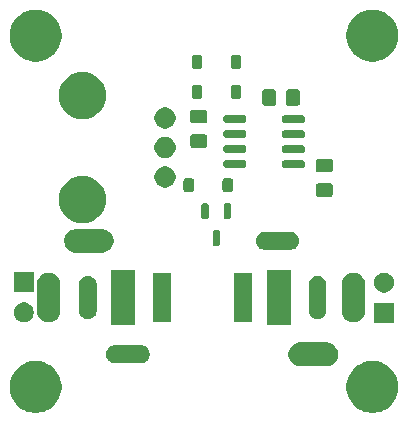
<source format=gbr>
%TF.GenerationSoftware,KiCad,Pcbnew,9.0.3*%
%TF.CreationDate,2025-07-15T20:34:28+12:00*%
%TF.ProjectId,LED_Dimmer,4c45445f-4469-46d6-9d65-722e6b696361,rev?*%
%TF.SameCoordinates,Original*%
%TF.FileFunction,Soldermask,Top*%
%TF.FilePolarity,Negative*%
%FSLAX46Y46*%
G04 Gerber Fmt 4.6, Leading zero omitted, Abs format (unit mm)*
G04 Created by KiCad (PCBNEW 9.0.3) date 2025-07-15 20:34:28*
%MOMM*%
%LPD*%
G01*
G04 APERTURE LIST*
G04 APERTURE END LIST*
G36*
X88429199Y-53840070D02*
G01*
X88707167Y-53914552D01*
X88973035Y-54024678D01*
X89222255Y-54168565D01*
X89450561Y-54343750D01*
X89654048Y-54547237D01*
X89829233Y-54775543D01*
X89973120Y-55024763D01*
X90083246Y-55290631D01*
X90157728Y-55568599D01*
X90195290Y-55853911D01*
X90195290Y-56141685D01*
X90157728Y-56426997D01*
X90083246Y-56704965D01*
X89973120Y-56970833D01*
X89829233Y-57220053D01*
X89654048Y-57448359D01*
X89450561Y-57651846D01*
X89222255Y-57827031D01*
X88973035Y-57970918D01*
X88707167Y-58081044D01*
X88429199Y-58155526D01*
X88143887Y-58193088D01*
X87856113Y-58193088D01*
X87570801Y-58155526D01*
X87292833Y-58081044D01*
X87026965Y-57970918D01*
X86777745Y-57827031D01*
X86549439Y-57651846D01*
X86345952Y-57448359D01*
X86170767Y-57220053D01*
X86026880Y-56970833D01*
X85916754Y-56704965D01*
X85842272Y-56426997D01*
X85804710Y-56141685D01*
X85804710Y-55853911D01*
X85842272Y-55568599D01*
X85916754Y-55290631D01*
X86026880Y-55024763D01*
X86170767Y-54775543D01*
X86345952Y-54547237D01*
X86549439Y-54343750D01*
X86777745Y-54168565D01*
X87026965Y-54024678D01*
X87292833Y-53914552D01*
X87570801Y-53840070D01*
X87856113Y-53802508D01*
X88143887Y-53802508D01*
X88429199Y-53840070D01*
G37*
G36*
X116929199Y-53840070D02*
G01*
X117207167Y-53914552D01*
X117473035Y-54024678D01*
X117722255Y-54168565D01*
X117950561Y-54343750D01*
X118154048Y-54547237D01*
X118329233Y-54775543D01*
X118473120Y-55024763D01*
X118583246Y-55290631D01*
X118657728Y-55568599D01*
X118695290Y-55853911D01*
X118695290Y-56141685D01*
X118657728Y-56426997D01*
X118583246Y-56704965D01*
X118473120Y-56970833D01*
X118329233Y-57220053D01*
X118154048Y-57448359D01*
X117950561Y-57651846D01*
X117722255Y-57827031D01*
X117473035Y-57970918D01*
X117207167Y-58081044D01*
X116929199Y-58155526D01*
X116643887Y-58193088D01*
X116356113Y-58193088D01*
X116070801Y-58155526D01*
X115792833Y-58081044D01*
X115526965Y-57970918D01*
X115277745Y-57827031D01*
X115049439Y-57651846D01*
X114845952Y-57448359D01*
X114670767Y-57220053D01*
X114526880Y-56970833D01*
X114416754Y-56704965D01*
X114342272Y-56426997D01*
X114304710Y-56141685D01*
X114304710Y-55853911D01*
X114342272Y-55568599D01*
X114416754Y-55290631D01*
X114526880Y-55024763D01*
X114670767Y-54775543D01*
X114845952Y-54547237D01*
X115049439Y-54343750D01*
X115277745Y-54168565D01*
X115526965Y-54024678D01*
X115792833Y-53914552D01*
X116070801Y-53840070D01*
X116356113Y-53802508D01*
X116643887Y-53802508D01*
X116929199Y-53840070D01*
G37*
G36*
X112698017Y-52227923D02*
G01*
X112890285Y-52266168D01*
X113071397Y-52341187D01*
X113234393Y-52450098D01*
X113373010Y-52588715D01*
X113481921Y-52751711D01*
X113556940Y-52932823D01*
X113595185Y-53125091D01*
X113595185Y-53321125D01*
X113556940Y-53513393D01*
X113481921Y-53694505D01*
X113373010Y-53857501D01*
X113234393Y-53996118D01*
X113071397Y-54105029D01*
X112890285Y-54180048D01*
X112698017Y-54218293D01*
X112600000Y-54223108D01*
X112598522Y-54223108D01*
X110401478Y-54223108D01*
X110400000Y-54223108D01*
X110301983Y-54218293D01*
X110109715Y-54180048D01*
X109928603Y-54105029D01*
X109765607Y-53996118D01*
X109626990Y-53857501D01*
X109518079Y-53694505D01*
X109443060Y-53513393D01*
X109404815Y-53321125D01*
X109404815Y-53125091D01*
X109443060Y-52932823D01*
X109518079Y-52751711D01*
X109626990Y-52588715D01*
X109765607Y-52450098D01*
X109928603Y-52341187D01*
X110109715Y-52266168D01*
X110301983Y-52227923D01*
X110400000Y-52223108D01*
X112600000Y-52223108D01*
X112698017Y-52227923D01*
G37*
G36*
X96989513Y-52476721D02*
G01*
X97133714Y-52505405D01*
X97269548Y-52561669D01*
X97391795Y-52643352D01*
X97495758Y-52747315D01*
X97577441Y-52869562D01*
X97633705Y-53005396D01*
X97662389Y-53149597D01*
X97662389Y-53296623D01*
X97633705Y-53440824D01*
X97577441Y-53576658D01*
X97495758Y-53698905D01*
X97391795Y-53802868D01*
X97269548Y-53884551D01*
X97133714Y-53940815D01*
X96989513Y-53969499D01*
X96916000Y-53973110D01*
X96914522Y-53973110D01*
X94717478Y-53973110D01*
X94716000Y-53973110D01*
X94642487Y-53969499D01*
X94498286Y-53940815D01*
X94362452Y-53884551D01*
X94240205Y-53802868D01*
X94136242Y-53698905D01*
X94054559Y-53576658D01*
X93998295Y-53440824D01*
X93969611Y-53296623D01*
X93969611Y-53149597D01*
X93998295Y-53005396D01*
X94054559Y-52869562D01*
X94136242Y-52747315D01*
X94240205Y-52643352D01*
X94362452Y-52561669D01*
X94498286Y-52505405D01*
X94642487Y-52476721D01*
X94716000Y-52473110D01*
X96916000Y-52473110D01*
X96989513Y-52476721D01*
G37*
G36*
X96400000Y-50723110D02*
G01*
X94400000Y-50723110D01*
X94400000Y-46123110D01*
X96400000Y-46123110D01*
X96400000Y-50723110D01*
G37*
G36*
X109600000Y-50723109D02*
G01*
X107600000Y-50723109D01*
X107600000Y-46123109D01*
X109600000Y-46123109D01*
X109600000Y-50723109D01*
G37*
G36*
X118350001Y-50548109D02*
G01*
X116650001Y-50548109D01*
X116650001Y-48848109D01*
X118350001Y-48848109D01*
X118350001Y-50548109D01*
G37*
G36*
X87246742Y-48874711D02*
G01*
X87400687Y-48938477D01*
X87539234Y-49031051D01*
X87657059Y-49148876D01*
X87749633Y-49287423D01*
X87813399Y-49441368D01*
X87845907Y-49604795D01*
X87845907Y-49771425D01*
X87813399Y-49934852D01*
X87749633Y-50088797D01*
X87657059Y-50227344D01*
X87539234Y-50345169D01*
X87400687Y-50437743D01*
X87246742Y-50501509D01*
X87083315Y-50534017D01*
X86916685Y-50534017D01*
X86753258Y-50501509D01*
X86599313Y-50437743D01*
X86460766Y-50345169D01*
X86342941Y-50227344D01*
X86250367Y-50088797D01*
X86186601Y-49934852D01*
X86154093Y-49771425D01*
X86154093Y-49604795D01*
X86186601Y-49441368D01*
X86250367Y-49287423D01*
X86342941Y-49148876D01*
X86460766Y-49031051D01*
X86599313Y-48938477D01*
X86753258Y-48874711D01*
X86916685Y-48842203D01*
X87083315Y-48842203D01*
X87246742Y-48874711D01*
G37*
G36*
X115190286Y-46366170D02*
G01*
X115371398Y-46441189D01*
X115534394Y-46550100D01*
X115673011Y-46688717D01*
X115781922Y-46851713D01*
X115856941Y-47032825D01*
X115895186Y-47225093D01*
X115900001Y-47323110D01*
X115900001Y-49523110D01*
X115895186Y-49621127D01*
X115856941Y-49813395D01*
X115781922Y-49994507D01*
X115673011Y-50157503D01*
X115534394Y-50296120D01*
X115371398Y-50405031D01*
X115190286Y-50480050D01*
X114998018Y-50518295D01*
X114801984Y-50518295D01*
X114609716Y-50480050D01*
X114428604Y-50405031D01*
X114265608Y-50296120D01*
X114126991Y-50157503D01*
X114018080Y-49994507D01*
X113943061Y-49813395D01*
X113904816Y-49621127D01*
X113900001Y-49523110D01*
X113900001Y-47323110D01*
X113904816Y-47225093D01*
X113943061Y-47032825D01*
X114018080Y-46851713D01*
X114126991Y-46688717D01*
X114265608Y-46550100D01*
X114428604Y-46441189D01*
X114609716Y-46366170D01*
X114801984Y-46327925D01*
X114998018Y-46327925D01*
X115190286Y-46366170D01*
G37*
G36*
X89390284Y-46366169D02*
G01*
X89571396Y-46441188D01*
X89734392Y-46550099D01*
X89873009Y-46688716D01*
X89981920Y-46851712D01*
X90056939Y-47032824D01*
X90095184Y-47225092D01*
X90099999Y-47323109D01*
X90099999Y-49523109D01*
X90095184Y-49621126D01*
X90056939Y-49813394D01*
X89981920Y-49994506D01*
X89873009Y-50157502D01*
X89734392Y-50296119D01*
X89571396Y-50405030D01*
X89390284Y-50480049D01*
X89198016Y-50518294D01*
X89001982Y-50518294D01*
X88809714Y-50480049D01*
X88628602Y-50405030D01*
X88465606Y-50296119D01*
X88326989Y-50157502D01*
X88218078Y-49994506D01*
X88143059Y-49813394D01*
X88104814Y-49621126D01*
X88099999Y-49523109D01*
X88099999Y-47323109D01*
X88104814Y-47225092D01*
X88143059Y-47032824D01*
X88218078Y-46851712D01*
X88326989Y-46688716D01*
X88465606Y-46550099D01*
X88628602Y-46441188D01*
X88809714Y-46366169D01*
X89001982Y-46327924D01*
X89198016Y-46327924D01*
X89390284Y-46366169D01*
G37*
G36*
X99466000Y-50473110D02*
G01*
X97966000Y-50473110D01*
X97966000Y-46373110D01*
X99466000Y-46373110D01*
X99466000Y-50473110D01*
G37*
G36*
X106324001Y-50473109D02*
G01*
X104824001Y-50473109D01*
X104824001Y-46373109D01*
X106324001Y-46373109D01*
X106324001Y-50473109D01*
G37*
G36*
X112091716Y-46605405D02*
G01*
X112227550Y-46661669D01*
X112349797Y-46743352D01*
X112453760Y-46847315D01*
X112535443Y-46969562D01*
X112591707Y-47105396D01*
X112620391Y-47249597D01*
X112624002Y-47323110D01*
X112624002Y-49523110D01*
X112620391Y-49596623D01*
X112591707Y-49740824D01*
X112535443Y-49876658D01*
X112453760Y-49998905D01*
X112349797Y-50102868D01*
X112227550Y-50184551D01*
X112091716Y-50240815D01*
X111947515Y-50269499D01*
X111800489Y-50269499D01*
X111656288Y-50240815D01*
X111520454Y-50184551D01*
X111398207Y-50102868D01*
X111294244Y-49998905D01*
X111212561Y-49876658D01*
X111156297Y-49740824D01*
X111127613Y-49596623D01*
X111124002Y-49523110D01*
X111124002Y-47323110D01*
X111127613Y-47249597D01*
X111156297Y-47105396D01*
X111212561Y-46969562D01*
X111294244Y-46847315D01*
X111398207Y-46743352D01*
X111520454Y-46661669D01*
X111656288Y-46605405D01*
X111800489Y-46576721D01*
X111947515Y-46576721D01*
X112091716Y-46605405D01*
G37*
G36*
X92633713Y-46605404D02*
G01*
X92769547Y-46661668D01*
X92891794Y-46743351D01*
X92995757Y-46847314D01*
X93077440Y-46969561D01*
X93133704Y-47105395D01*
X93162388Y-47249596D01*
X93165999Y-47323109D01*
X93165999Y-49523109D01*
X93162388Y-49596622D01*
X93133704Y-49740823D01*
X93077440Y-49876657D01*
X92995757Y-49998904D01*
X92891794Y-50102867D01*
X92769547Y-50184550D01*
X92633713Y-50240814D01*
X92489512Y-50269498D01*
X92342486Y-50269498D01*
X92198285Y-50240814D01*
X92062451Y-50184550D01*
X91940204Y-50102867D01*
X91836241Y-49998904D01*
X91754558Y-49876657D01*
X91698294Y-49740823D01*
X91669610Y-49596622D01*
X91665999Y-49523109D01*
X91665999Y-47323109D01*
X91669610Y-47249596D01*
X91698294Y-47105395D01*
X91754558Y-46969561D01*
X91836241Y-46847314D01*
X91940204Y-46743351D01*
X92062451Y-46661668D01*
X92198285Y-46605404D01*
X92342486Y-46576720D01*
X92489512Y-46576720D01*
X92633713Y-46605404D01*
G37*
G36*
X117746743Y-46344710D02*
G01*
X117900688Y-46408476D01*
X118039235Y-46501050D01*
X118157060Y-46618875D01*
X118249634Y-46757422D01*
X118313400Y-46911367D01*
X118345908Y-47074794D01*
X118345908Y-47241424D01*
X118313400Y-47404851D01*
X118249634Y-47558796D01*
X118157060Y-47697343D01*
X118039235Y-47815168D01*
X117900688Y-47907742D01*
X117746743Y-47971508D01*
X117583316Y-48004016D01*
X117416686Y-48004016D01*
X117253259Y-47971508D01*
X117099314Y-47907742D01*
X116960767Y-47815168D01*
X116842942Y-47697343D01*
X116750368Y-47558796D01*
X116686602Y-47404851D01*
X116654094Y-47241424D01*
X116654094Y-47074794D01*
X116686602Y-46911367D01*
X116750368Y-46757422D01*
X116842942Y-46618875D01*
X116960767Y-46501050D01*
X117099314Y-46408476D01*
X117253259Y-46344710D01*
X117416686Y-46312202D01*
X117583316Y-46312202D01*
X117746743Y-46344710D01*
G37*
G36*
X87850000Y-47998110D02*
G01*
X86150000Y-47998110D01*
X86150000Y-46298110D01*
X87850000Y-46298110D01*
X87850000Y-47998110D01*
G37*
G36*
X93698017Y-42627926D02*
G01*
X93890285Y-42666171D01*
X94071397Y-42741190D01*
X94234393Y-42850101D01*
X94373010Y-42988718D01*
X94481921Y-43151714D01*
X94556940Y-43332826D01*
X94595185Y-43525094D01*
X94595185Y-43721128D01*
X94556940Y-43913396D01*
X94481921Y-44094508D01*
X94373010Y-44257504D01*
X94234393Y-44396121D01*
X94071397Y-44505032D01*
X93890285Y-44580051D01*
X93698017Y-44618296D01*
X93600000Y-44623111D01*
X93598522Y-44623111D01*
X91401478Y-44623111D01*
X91400000Y-44623111D01*
X91301983Y-44618296D01*
X91109715Y-44580051D01*
X90928603Y-44505032D01*
X90765607Y-44396121D01*
X90626990Y-44257504D01*
X90518079Y-44094508D01*
X90443060Y-43913396D01*
X90404815Y-43721128D01*
X90404815Y-43525094D01*
X90443060Y-43332826D01*
X90518079Y-43151714D01*
X90626990Y-42988718D01*
X90765607Y-42850101D01*
X90928603Y-42741190D01*
X91109715Y-42666171D01*
X91301983Y-42627926D01*
X91400000Y-42623111D01*
X93600000Y-42623111D01*
X93698017Y-42627926D01*
G37*
G36*
X109647514Y-42876720D02*
G01*
X109791715Y-42905404D01*
X109927549Y-42961668D01*
X110049796Y-43043351D01*
X110153759Y-43147314D01*
X110235442Y-43269561D01*
X110291706Y-43405395D01*
X110320390Y-43549596D01*
X110320390Y-43696622D01*
X110291706Y-43840823D01*
X110235442Y-43976657D01*
X110153759Y-44098904D01*
X110049796Y-44202867D01*
X109927549Y-44284550D01*
X109791715Y-44340814D01*
X109647514Y-44369498D01*
X109574001Y-44373109D01*
X109572523Y-44373109D01*
X107375479Y-44373109D01*
X107374001Y-44373109D01*
X107300488Y-44369498D01*
X107156287Y-44340814D01*
X107020453Y-44284550D01*
X106898206Y-44202867D01*
X106794243Y-44098904D01*
X106712560Y-43976657D01*
X106656296Y-43840823D01*
X106627612Y-43696622D01*
X106627612Y-43549596D01*
X106656296Y-43405395D01*
X106712560Y-43269561D01*
X106794243Y-43147314D01*
X106898206Y-43043351D01*
X107020453Y-42961668D01*
X107156287Y-42905404D01*
X107300488Y-42876720D01*
X107374001Y-42873109D01*
X109574001Y-42873109D01*
X109647514Y-42876720D01*
G37*
G36*
X103495403Y-42735360D02*
G01*
X103544066Y-42767876D01*
X103576582Y-42816539D01*
X103588000Y-42873942D01*
X103588000Y-43898942D01*
X103576582Y-43956345D01*
X103544066Y-44005008D01*
X103495403Y-44037524D01*
X103438000Y-44048942D01*
X103138000Y-44048942D01*
X103080597Y-44037524D01*
X103031934Y-44005008D01*
X102999418Y-43956345D01*
X102988000Y-43898942D01*
X102988000Y-42873942D01*
X102999418Y-42816539D01*
X103031934Y-42767876D01*
X103080597Y-42735360D01*
X103138000Y-42723942D01*
X103438000Y-42723942D01*
X103495403Y-42735360D01*
G37*
G36*
X92343588Y-38158039D02*
G01*
X92596286Y-38225750D01*
X92837984Y-38325865D01*
X93064547Y-38456671D01*
X93272099Y-38615930D01*
X93457087Y-38800918D01*
X93616346Y-39008470D01*
X93747152Y-39235033D01*
X93847267Y-39476731D01*
X93914978Y-39729429D01*
X93949125Y-39988804D01*
X93949125Y-40250416D01*
X93914978Y-40509791D01*
X93847267Y-40762489D01*
X93747152Y-41004187D01*
X93616346Y-41230750D01*
X93457087Y-41438302D01*
X93272099Y-41623290D01*
X93064547Y-41782549D01*
X92837984Y-41913355D01*
X92596286Y-42013470D01*
X92343588Y-42081181D01*
X92084213Y-42115328D01*
X91822601Y-42115328D01*
X91563226Y-42081181D01*
X91310528Y-42013470D01*
X91068830Y-41913355D01*
X90842267Y-41782549D01*
X90634715Y-41623290D01*
X90449727Y-41438302D01*
X90290468Y-41230750D01*
X90159662Y-41004187D01*
X90059547Y-40762489D01*
X89991836Y-40509791D01*
X89957689Y-40250416D01*
X89957689Y-39988804D01*
X89991836Y-39729429D01*
X90059547Y-39476731D01*
X90159662Y-39235033D01*
X90290468Y-39008470D01*
X90449727Y-38800918D01*
X90634715Y-38615930D01*
X90842267Y-38456671D01*
X91068830Y-38325865D01*
X91310528Y-38225750D01*
X91563226Y-38158039D01*
X91822601Y-38123892D01*
X92084213Y-38123892D01*
X92343588Y-38158039D01*
G37*
G36*
X104445401Y-40460361D02*
G01*
X104494064Y-40492877D01*
X104526580Y-40541540D01*
X104537998Y-40598943D01*
X104537998Y-41623943D01*
X104526580Y-41681346D01*
X104494064Y-41730009D01*
X104445401Y-41762525D01*
X104387998Y-41773943D01*
X104087998Y-41773943D01*
X104030595Y-41762525D01*
X103981932Y-41730009D01*
X103949416Y-41681346D01*
X103937998Y-41623943D01*
X103937998Y-40598943D01*
X103949416Y-40541540D01*
X103981932Y-40492877D01*
X104030595Y-40460361D01*
X104087998Y-40448943D01*
X104387998Y-40448943D01*
X104445401Y-40460361D01*
G37*
G36*
X102545401Y-40460359D02*
G01*
X102594064Y-40492875D01*
X102626580Y-40541538D01*
X102637998Y-40598941D01*
X102637998Y-41623941D01*
X102626580Y-41681344D01*
X102594064Y-41730007D01*
X102545401Y-41762523D01*
X102487998Y-41773941D01*
X102187998Y-41773941D01*
X102130595Y-41762523D01*
X102081932Y-41730007D01*
X102049416Y-41681344D01*
X102037998Y-41623941D01*
X102037998Y-40598941D01*
X102049416Y-40541538D01*
X102081932Y-40492875D01*
X102130595Y-40460359D01*
X102187998Y-40448941D01*
X102487998Y-40448941D01*
X102545401Y-40460359D01*
G37*
G36*
X112923366Y-38738464D02*
G01*
X112973556Y-38744287D01*
X112990705Y-38751859D01*
X113014187Y-38756530D01*
X113039326Y-38773327D01*
X113059212Y-38782108D01*
X113072793Y-38795689D01*
X113095293Y-38810723D01*
X113110326Y-38833222D01*
X113123907Y-38846803D01*
X113132686Y-38866686D01*
X113149486Y-38891829D01*
X113154157Y-38915312D01*
X113161728Y-38932459D01*
X113167549Y-38982639D01*
X113168516Y-38987500D01*
X113168516Y-39662500D01*
X113167548Y-39667363D01*
X113161728Y-39717540D01*
X113154157Y-39734685D01*
X113149486Y-39758171D01*
X113132685Y-39783315D01*
X113123907Y-39803196D01*
X113110328Y-39816774D01*
X113095293Y-39839277D01*
X113072790Y-39854312D01*
X113059212Y-39867891D01*
X113039331Y-39876669D01*
X113014187Y-39893470D01*
X112990701Y-39898141D01*
X112973556Y-39905712D01*
X112923377Y-39911532D01*
X112918516Y-39912500D01*
X111968516Y-39912500D01*
X111963654Y-39911532D01*
X111913475Y-39905712D01*
X111896328Y-39898141D01*
X111872845Y-39893470D01*
X111847702Y-39876670D01*
X111827819Y-39867891D01*
X111814238Y-39854310D01*
X111791739Y-39839277D01*
X111776705Y-39816777D01*
X111763124Y-39803196D01*
X111754343Y-39783310D01*
X111737546Y-39758171D01*
X111732875Y-39734689D01*
X111725303Y-39717540D01*
X111719480Y-39667349D01*
X111718516Y-39662500D01*
X111718516Y-38987500D01*
X111719480Y-38982650D01*
X111725303Y-38932459D01*
X111732875Y-38915308D01*
X111737546Y-38891829D01*
X111754342Y-38866691D01*
X111763124Y-38846803D01*
X111776707Y-38833219D01*
X111791739Y-38810723D01*
X111814235Y-38795691D01*
X111827819Y-38782108D01*
X111847707Y-38773326D01*
X111872845Y-38756530D01*
X111896324Y-38751859D01*
X111913475Y-38744287D01*
X111963667Y-38738464D01*
X111968516Y-38737500D01*
X112918516Y-38737500D01*
X112923366Y-38738464D01*
G37*
G36*
X101196437Y-38316598D02*
G01*
X101240904Y-38321757D01*
X101256097Y-38328465D01*
X101277691Y-38332761D01*
X101300809Y-38348208D01*
X101318154Y-38355867D01*
X101329999Y-38367712D01*
X101350686Y-38381535D01*
X101364508Y-38402221D01*
X101376353Y-38414066D01*
X101384010Y-38431408D01*
X101399460Y-38454530D01*
X101403755Y-38476125D01*
X101410463Y-38491316D01*
X101415620Y-38535773D01*
X101416587Y-38540634D01*
X101416587Y-39290634D01*
X101415619Y-39295496D01*
X101410463Y-39339951D01*
X101403755Y-39355140D01*
X101399460Y-39376738D01*
X101384009Y-39399861D01*
X101376353Y-39417201D01*
X101364510Y-39429043D01*
X101350686Y-39449733D01*
X101329996Y-39463557D01*
X101318154Y-39475400D01*
X101300814Y-39483056D01*
X101277691Y-39498507D01*
X101256093Y-39502802D01*
X101240904Y-39509510D01*
X101196448Y-39514666D01*
X101191587Y-39515634D01*
X100741587Y-39515634D01*
X100736725Y-39514667D01*
X100692269Y-39509510D01*
X100677078Y-39502802D01*
X100655483Y-39498507D01*
X100632361Y-39483057D01*
X100615019Y-39475400D01*
X100603174Y-39463555D01*
X100582488Y-39449733D01*
X100568665Y-39429046D01*
X100556820Y-39417201D01*
X100549161Y-39399856D01*
X100533714Y-39376738D01*
X100529418Y-39355144D01*
X100522710Y-39339951D01*
X100517551Y-39295483D01*
X100516587Y-39290634D01*
X100516587Y-38540634D01*
X100517551Y-38535784D01*
X100522710Y-38491316D01*
X100529419Y-38476121D01*
X100533714Y-38454530D01*
X100549160Y-38431413D01*
X100556820Y-38414066D01*
X100568667Y-38402218D01*
X100582488Y-38381535D01*
X100603171Y-38367714D01*
X100615019Y-38355867D01*
X100632366Y-38348207D01*
X100655483Y-38332761D01*
X100677074Y-38328466D01*
X100692269Y-38321757D01*
X100736738Y-38316598D01*
X100741587Y-38315634D01*
X101191587Y-38315634D01*
X101196437Y-38316598D01*
G37*
G36*
X104496439Y-38316592D02*
G01*
X104540906Y-38321751D01*
X104556099Y-38328459D01*
X104577693Y-38332755D01*
X104600811Y-38348202D01*
X104618156Y-38355861D01*
X104630001Y-38367706D01*
X104650688Y-38381529D01*
X104664510Y-38402215D01*
X104676355Y-38414060D01*
X104684012Y-38431402D01*
X104699462Y-38454524D01*
X104703757Y-38476119D01*
X104710465Y-38491310D01*
X104715622Y-38535767D01*
X104716589Y-38540628D01*
X104716589Y-39290628D01*
X104715621Y-39295490D01*
X104710465Y-39339945D01*
X104703757Y-39355134D01*
X104699462Y-39376732D01*
X104684011Y-39399855D01*
X104676355Y-39417195D01*
X104664512Y-39429037D01*
X104650688Y-39449727D01*
X104629998Y-39463551D01*
X104618156Y-39475394D01*
X104600816Y-39483050D01*
X104577693Y-39498501D01*
X104556095Y-39502796D01*
X104540906Y-39509504D01*
X104496450Y-39514660D01*
X104491589Y-39515628D01*
X104041589Y-39515628D01*
X104036727Y-39514661D01*
X103992271Y-39509504D01*
X103977080Y-39502796D01*
X103955485Y-39498501D01*
X103932363Y-39483051D01*
X103915021Y-39475394D01*
X103903176Y-39463549D01*
X103882490Y-39449727D01*
X103868667Y-39429040D01*
X103856822Y-39417195D01*
X103849163Y-39399850D01*
X103833716Y-39376732D01*
X103829420Y-39355138D01*
X103822712Y-39339945D01*
X103817553Y-39295477D01*
X103816589Y-39290628D01*
X103816589Y-38540628D01*
X103817553Y-38535778D01*
X103822712Y-38491310D01*
X103829421Y-38476115D01*
X103833716Y-38454524D01*
X103849162Y-38431407D01*
X103856822Y-38414060D01*
X103868669Y-38402212D01*
X103882490Y-38381529D01*
X103903173Y-38367708D01*
X103915021Y-38355861D01*
X103932368Y-38348201D01*
X103955485Y-38332755D01*
X103977076Y-38328460D01*
X103992271Y-38321751D01*
X104036740Y-38316592D01*
X104041589Y-38315628D01*
X104491589Y-38315628D01*
X104496439Y-38316592D01*
G37*
G36*
X99214658Y-37358366D02*
G01*
X99377659Y-37425883D01*
X99524356Y-37523903D01*
X99649111Y-37648658D01*
X99747131Y-37795355D01*
X99814648Y-37958356D01*
X99849068Y-38131397D01*
X99849068Y-38307827D01*
X99814648Y-38480868D01*
X99747131Y-38643869D01*
X99649111Y-38790566D01*
X99524356Y-38915321D01*
X99377659Y-39013341D01*
X99214658Y-39080858D01*
X99041617Y-39115278D01*
X98865187Y-39115278D01*
X98692146Y-39080858D01*
X98529145Y-39013341D01*
X98382448Y-38915321D01*
X98257693Y-38790566D01*
X98159673Y-38643869D01*
X98092156Y-38480868D01*
X98057736Y-38307827D01*
X98057736Y-38131397D01*
X98092156Y-37958356D01*
X98159673Y-37795355D01*
X98257693Y-37648658D01*
X98382448Y-37523903D01*
X98529145Y-37425883D01*
X98692146Y-37358366D01*
X98865187Y-37323946D01*
X99041617Y-37323946D01*
X99214658Y-37358366D01*
G37*
G36*
X112923366Y-36663464D02*
G01*
X112973556Y-36669287D01*
X112990705Y-36676859D01*
X113014187Y-36681530D01*
X113039326Y-36698327D01*
X113059212Y-36707108D01*
X113072793Y-36720689D01*
X113095293Y-36735723D01*
X113110326Y-36758222D01*
X113123907Y-36771803D01*
X113132686Y-36791686D01*
X113149486Y-36816829D01*
X113154157Y-36840312D01*
X113161728Y-36857459D01*
X113167549Y-36907639D01*
X113168516Y-36912500D01*
X113168516Y-37587500D01*
X113167548Y-37592363D01*
X113161728Y-37642540D01*
X113154157Y-37659685D01*
X113149486Y-37683171D01*
X113132685Y-37708315D01*
X113123907Y-37728196D01*
X113110328Y-37741774D01*
X113095293Y-37764277D01*
X113072790Y-37779312D01*
X113059212Y-37792891D01*
X113039331Y-37801669D01*
X113014187Y-37818470D01*
X112990701Y-37823141D01*
X112973556Y-37830712D01*
X112923377Y-37836532D01*
X112918516Y-37837500D01*
X111968516Y-37837500D01*
X111963654Y-37836532D01*
X111913475Y-37830712D01*
X111896328Y-37823141D01*
X111872845Y-37818470D01*
X111847702Y-37801670D01*
X111827819Y-37792891D01*
X111814238Y-37779310D01*
X111791739Y-37764277D01*
X111776705Y-37741777D01*
X111763124Y-37728196D01*
X111754343Y-37708310D01*
X111737546Y-37683171D01*
X111732875Y-37659689D01*
X111725303Y-37642540D01*
X111719480Y-37592349D01*
X111718516Y-37587500D01*
X111718516Y-36912500D01*
X111719480Y-36907650D01*
X111725303Y-36857459D01*
X111732875Y-36840308D01*
X111737546Y-36816829D01*
X111754342Y-36791691D01*
X111763124Y-36771803D01*
X111776707Y-36758219D01*
X111791739Y-36735723D01*
X111814235Y-36720691D01*
X111827819Y-36707108D01*
X111847707Y-36698326D01*
X111872845Y-36681530D01*
X111896324Y-36676859D01*
X111913475Y-36669287D01*
X111963667Y-36663464D01*
X111968516Y-36662500D01*
X112918516Y-36662500D01*
X112923366Y-36663464D01*
G37*
G36*
X110706315Y-36827987D02*
G01*
X110754978Y-36860503D01*
X110787494Y-36909166D01*
X110798912Y-36966569D01*
X110798912Y-37266569D01*
X110787494Y-37323972D01*
X110754978Y-37372635D01*
X110706315Y-37405151D01*
X110648912Y-37416569D01*
X108998912Y-37416569D01*
X108941509Y-37405151D01*
X108892846Y-37372635D01*
X108860330Y-37323972D01*
X108848912Y-37266569D01*
X108848912Y-36966569D01*
X108860330Y-36909166D01*
X108892846Y-36860503D01*
X108941509Y-36827987D01*
X108998912Y-36816569D01*
X110648912Y-36816569D01*
X110706315Y-36827987D01*
G37*
G36*
X105756319Y-36827986D02*
G01*
X105804982Y-36860502D01*
X105837498Y-36909165D01*
X105848916Y-36966568D01*
X105848916Y-37266568D01*
X105837498Y-37323971D01*
X105804982Y-37372634D01*
X105756319Y-37405150D01*
X105698916Y-37416568D01*
X104048916Y-37416568D01*
X103991513Y-37405150D01*
X103942850Y-37372634D01*
X103910334Y-37323971D01*
X103898916Y-37266568D01*
X103898916Y-36966568D01*
X103910334Y-36909165D01*
X103942850Y-36860502D01*
X103991513Y-36827986D01*
X104048916Y-36816568D01*
X105698916Y-36816568D01*
X105756319Y-36827986D01*
G37*
G36*
X99214658Y-34858366D02*
G01*
X99377659Y-34925883D01*
X99524356Y-35023903D01*
X99649111Y-35148658D01*
X99747131Y-35295355D01*
X99814648Y-35458356D01*
X99849068Y-35631397D01*
X99849068Y-35807827D01*
X99814648Y-35980868D01*
X99747131Y-36143869D01*
X99649111Y-36290566D01*
X99524356Y-36415321D01*
X99377659Y-36513341D01*
X99214658Y-36580858D01*
X99041617Y-36615278D01*
X98865187Y-36615278D01*
X98692146Y-36580858D01*
X98529145Y-36513341D01*
X98382448Y-36415321D01*
X98257693Y-36290566D01*
X98159673Y-36143869D01*
X98092156Y-35980868D01*
X98057736Y-35807827D01*
X98057736Y-35631397D01*
X98092156Y-35458356D01*
X98159673Y-35295355D01*
X98257693Y-35148658D01*
X98382448Y-35023903D01*
X98529145Y-34925883D01*
X98692146Y-34858366D01*
X98865187Y-34823946D01*
X99041617Y-34823946D01*
X99214658Y-34858366D01*
G37*
G36*
X105756312Y-35557991D02*
G01*
X105804975Y-35590507D01*
X105837491Y-35639170D01*
X105848909Y-35696573D01*
X105848909Y-35996573D01*
X105837491Y-36053976D01*
X105804975Y-36102639D01*
X105756312Y-36135155D01*
X105698909Y-36146573D01*
X104048909Y-36146573D01*
X103991506Y-36135155D01*
X103942843Y-36102639D01*
X103910327Y-36053976D01*
X103898909Y-35996573D01*
X103898909Y-35696573D01*
X103910327Y-35639170D01*
X103942843Y-35590507D01*
X103991506Y-35557991D01*
X104048909Y-35546573D01*
X105698909Y-35546573D01*
X105756312Y-35557991D01*
G37*
G36*
X110706316Y-35557985D02*
G01*
X110754979Y-35590501D01*
X110787495Y-35639164D01*
X110798913Y-35696567D01*
X110798913Y-35996567D01*
X110787495Y-36053970D01*
X110754979Y-36102633D01*
X110706316Y-36135149D01*
X110648913Y-36146567D01*
X108998913Y-36146567D01*
X108941510Y-36135149D01*
X108892847Y-36102633D01*
X108860331Y-36053970D01*
X108848913Y-35996567D01*
X108848913Y-35696567D01*
X108860331Y-35639164D01*
X108892847Y-35590501D01*
X108941510Y-35557985D01*
X108998913Y-35546567D01*
X110648913Y-35546567D01*
X110706316Y-35557985D01*
G37*
G36*
X102284765Y-34588655D02*
G01*
X102334955Y-34594478D01*
X102352104Y-34602050D01*
X102375586Y-34606721D01*
X102400725Y-34623518D01*
X102420611Y-34632299D01*
X102434192Y-34645880D01*
X102456692Y-34660914D01*
X102471725Y-34683413D01*
X102485306Y-34696994D01*
X102494085Y-34716877D01*
X102510885Y-34742020D01*
X102515556Y-34765503D01*
X102523127Y-34782650D01*
X102528948Y-34832830D01*
X102529915Y-34837691D01*
X102529915Y-35512691D01*
X102528947Y-35517554D01*
X102523127Y-35567731D01*
X102515556Y-35584876D01*
X102510885Y-35608362D01*
X102494084Y-35633506D01*
X102485306Y-35653387D01*
X102471727Y-35666965D01*
X102456692Y-35689468D01*
X102434189Y-35704503D01*
X102420611Y-35718082D01*
X102400730Y-35726860D01*
X102375586Y-35743661D01*
X102352100Y-35748332D01*
X102334955Y-35755903D01*
X102284776Y-35761723D01*
X102279915Y-35762691D01*
X101329915Y-35762691D01*
X101325053Y-35761723D01*
X101274874Y-35755903D01*
X101257727Y-35748332D01*
X101234244Y-35743661D01*
X101209101Y-35726861D01*
X101189218Y-35718082D01*
X101175637Y-35704501D01*
X101153138Y-35689468D01*
X101138104Y-35666968D01*
X101124523Y-35653387D01*
X101115742Y-35633501D01*
X101098945Y-35608362D01*
X101094274Y-35584880D01*
X101086702Y-35567731D01*
X101080879Y-35517540D01*
X101079915Y-35512691D01*
X101079915Y-34837691D01*
X101080879Y-34832841D01*
X101086702Y-34782650D01*
X101094274Y-34765499D01*
X101098945Y-34742020D01*
X101115741Y-34716882D01*
X101124523Y-34696994D01*
X101138106Y-34683410D01*
X101153138Y-34660914D01*
X101175634Y-34645882D01*
X101189218Y-34632299D01*
X101209106Y-34623517D01*
X101234244Y-34606721D01*
X101257723Y-34602050D01*
X101274874Y-34594478D01*
X101325066Y-34588655D01*
X101329915Y-34587691D01*
X102279915Y-34587691D01*
X102284765Y-34588655D01*
G37*
G36*
X105756316Y-34287985D02*
G01*
X105804979Y-34320501D01*
X105837495Y-34369164D01*
X105848913Y-34426567D01*
X105848913Y-34726567D01*
X105837495Y-34783970D01*
X105804979Y-34832633D01*
X105756316Y-34865149D01*
X105698913Y-34876567D01*
X104048913Y-34876567D01*
X103991510Y-34865149D01*
X103942847Y-34832633D01*
X103910331Y-34783970D01*
X103898913Y-34726567D01*
X103898913Y-34426567D01*
X103910331Y-34369164D01*
X103942847Y-34320501D01*
X103991510Y-34287985D01*
X104048913Y-34276567D01*
X105698913Y-34276567D01*
X105756316Y-34287985D01*
G37*
G36*
X110706320Y-34287979D02*
G01*
X110754983Y-34320495D01*
X110787499Y-34369158D01*
X110798917Y-34426561D01*
X110798917Y-34726561D01*
X110787499Y-34783964D01*
X110754983Y-34832627D01*
X110706320Y-34865143D01*
X110648917Y-34876561D01*
X108998917Y-34876561D01*
X108941514Y-34865143D01*
X108892851Y-34832627D01*
X108860335Y-34783964D01*
X108848917Y-34726561D01*
X108848917Y-34426561D01*
X108860335Y-34369158D01*
X108892851Y-34320495D01*
X108941514Y-34287979D01*
X108998917Y-34276561D01*
X110648917Y-34276561D01*
X110706320Y-34287979D01*
G37*
G36*
X99214658Y-32358366D02*
G01*
X99377659Y-32425883D01*
X99524356Y-32523903D01*
X99649111Y-32648658D01*
X99747131Y-32795355D01*
X99814648Y-32958356D01*
X99849068Y-33131397D01*
X99849068Y-33307827D01*
X99814648Y-33480868D01*
X99747131Y-33643869D01*
X99649111Y-33790566D01*
X99524356Y-33915321D01*
X99377659Y-34013341D01*
X99214658Y-34080858D01*
X99041617Y-34115278D01*
X98865187Y-34115278D01*
X98692146Y-34080858D01*
X98529145Y-34013341D01*
X98382448Y-33915321D01*
X98257693Y-33790566D01*
X98159673Y-33643869D01*
X98092156Y-33480868D01*
X98057736Y-33307827D01*
X98057736Y-33131397D01*
X98092156Y-32958356D01*
X98159673Y-32795355D01*
X98257693Y-32648658D01*
X98382448Y-32523903D01*
X98529145Y-32425883D01*
X98692146Y-32358366D01*
X98865187Y-32323946D01*
X99041617Y-32323946D01*
X99214658Y-32358366D01*
G37*
G36*
X102284765Y-32513655D02*
G01*
X102334955Y-32519478D01*
X102352104Y-32527050D01*
X102375586Y-32531721D01*
X102400725Y-32548518D01*
X102420611Y-32557299D01*
X102434192Y-32570880D01*
X102456692Y-32585914D01*
X102471725Y-32608413D01*
X102485306Y-32621994D01*
X102494085Y-32641877D01*
X102510885Y-32667020D01*
X102515556Y-32690503D01*
X102523127Y-32707650D01*
X102528948Y-32757830D01*
X102529915Y-32762691D01*
X102529915Y-33437691D01*
X102528947Y-33442554D01*
X102523127Y-33492731D01*
X102515556Y-33509876D01*
X102510885Y-33533362D01*
X102494084Y-33558506D01*
X102485306Y-33578387D01*
X102471727Y-33591965D01*
X102456692Y-33614468D01*
X102434189Y-33629503D01*
X102420611Y-33643082D01*
X102400730Y-33651860D01*
X102375586Y-33668661D01*
X102352100Y-33673332D01*
X102334955Y-33680903D01*
X102284776Y-33686723D01*
X102279915Y-33687691D01*
X101329915Y-33687691D01*
X101325053Y-33686723D01*
X101274874Y-33680903D01*
X101257727Y-33673332D01*
X101234244Y-33668661D01*
X101209101Y-33651861D01*
X101189218Y-33643082D01*
X101175637Y-33629501D01*
X101153138Y-33614468D01*
X101138104Y-33591968D01*
X101124523Y-33578387D01*
X101115742Y-33558501D01*
X101098945Y-33533362D01*
X101094274Y-33509880D01*
X101086702Y-33492731D01*
X101080879Y-33442540D01*
X101079915Y-33437691D01*
X101079915Y-32762691D01*
X101080879Y-32757841D01*
X101086702Y-32707650D01*
X101094274Y-32690499D01*
X101098945Y-32667020D01*
X101115741Y-32641882D01*
X101124523Y-32621994D01*
X101138106Y-32608410D01*
X101153138Y-32585914D01*
X101175634Y-32570882D01*
X101189218Y-32557299D01*
X101209106Y-32548517D01*
X101234244Y-32531721D01*
X101257723Y-32527050D01*
X101274874Y-32519478D01*
X101325066Y-32513655D01*
X101329915Y-32512691D01*
X102279915Y-32512691D01*
X102284765Y-32513655D01*
G37*
G36*
X110706313Y-33017984D02*
G01*
X110754976Y-33050500D01*
X110787492Y-33099163D01*
X110798910Y-33156566D01*
X110798910Y-33456566D01*
X110787492Y-33513969D01*
X110754976Y-33562632D01*
X110706313Y-33595148D01*
X110648910Y-33606566D01*
X108998910Y-33606566D01*
X108941507Y-33595148D01*
X108892844Y-33562632D01*
X108860328Y-33513969D01*
X108848910Y-33456566D01*
X108848910Y-33156566D01*
X108860328Y-33099163D01*
X108892844Y-33050500D01*
X108941507Y-33017984D01*
X108998910Y-33006566D01*
X110648910Y-33006566D01*
X110706313Y-33017984D01*
G37*
G36*
X105756317Y-33017983D02*
G01*
X105804980Y-33050499D01*
X105837496Y-33099162D01*
X105848914Y-33156565D01*
X105848914Y-33456565D01*
X105837496Y-33513968D01*
X105804980Y-33562631D01*
X105756317Y-33595147D01*
X105698914Y-33606565D01*
X104048914Y-33606565D01*
X103991511Y-33595147D01*
X103942848Y-33562631D01*
X103910332Y-33513968D01*
X103898914Y-33456565D01*
X103898914Y-33156565D01*
X103910332Y-33099162D01*
X103942848Y-33050499D01*
X103991511Y-33017983D01*
X104048914Y-33006565D01*
X105698914Y-33006565D01*
X105756317Y-33017983D01*
G37*
G36*
X92343582Y-29358041D02*
G01*
X92596280Y-29425752D01*
X92837978Y-29525867D01*
X93064541Y-29656673D01*
X93272093Y-29815932D01*
X93457081Y-30000920D01*
X93616340Y-30208472D01*
X93747146Y-30435035D01*
X93847261Y-30676733D01*
X93914972Y-30929431D01*
X93949119Y-31188806D01*
X93949119Y-31450418D01*
X93914972Y-31709793D01*
X93847261Y-31962491D01*
X93747146Y-32204189D01*
X93616340Y-32430752D01*
X93457081Y-32638304D01*
X93272093Y-32823292D01*
X93064541Y-32982551D01*
X92837978Y-33113357D01*
X92596280Y-33213472D01*
X92343582Y-33281183D01*
X92084207Y-33315330D01*
X91822595Y-33315330D01*
X91563220Y-33281183D01*
X91310522Y-33213472D01*
X91068824Y-33113357D01*
X90842261Y-32982551D01*
X90634709Y-32823292D01*
X90449721Y-32638304D01*
X90290462Y-32430752D01*
X90159656Y-32204189D01*
X90059541Y-31962491D01*
X89991830Y-31709793D01*
X89957683Y-31450418D01*
X89957683Y-31188806D01*
X89991830Y-30929431D01*
X90059541Y-30676733D01*
X90159656Y-30435035D01*
X90290462Y-30208472D01*
X90449721Y-30000920D01*
X90634709Y-29815932D01*
X90842261Y-29656673D01*
X91068824Y-29525867D01*
X91310522Y-29425752D01*
X91563220Y-29358041D01*
X91822595Y-29323894D01*
X92084207Y-29323894D01*
X92343582Y-29358041D01*
G37*
G36*
X108133246Y-30800964D02*
G01*
X108183436Y-30806787D01*
X108200585Y-30814359D01*
X108224067Y-30819030D01*
X108249206Y-30835827D01*
X108269092Y-30844608D01*
X108282673Y-30858189D01*
X108305173Y-30873223D01*
X108320206Y-30895722D01*
X108333787Y-30909303D01*
X108342566Y-30929186D01*
X108359366Y-30954329D01*
X108364037Y-30977812D01*
X108371608Y-30994959D01*
X108377429Y-31045139D01*
X108378396Y-31050000D01*
X108378396Y-31950000D01*
X108377428Y-31954863D01*
X108371608Y-32005040D01*
X108364037Y-32022185D01*
X108359366Y-32045671D01*
X108342565Y-32070815D01*
X108333787Y-32090696D01*
X108320208Y-32104274D01*
X108305173Y-32126777D01*
X108282670Y-32141812D01*
X108269092Y-32155391D01*
X108249211Y-32164169D01*
X108224067Y-32180970D01*
X108200581Y-32185641D01*
X108183436Y-32193212D01*
X108133257Y-32199032D01*
X108128396Y-32200000D01*
X107428396Y-32200000D01*
X107423534Y-32199032D01*
X107373355Y-32193212D01*
X107356208Y-32185641D01*
X107332725Y-32180970D01*
X107307582Y-32164170D01*
X107287699Y-32155391D01*
X107274118Y-32141810D01*
X107251619Y-32126777D01*
X107236585Y-32104277D01*
X107223004Y-32090696D01*
X107214223Y-32070810D01*
X107197426Y-32045671D01*
X107192755Y-32022189D01*
X107185183Y-32005040D01*
X107179360Y-31954849D01*
X107178396Y-31950000D01*
X107178396Y-31050000D01*
X107179360Y-31045150D01*
X107185183Y-30994959D01*
X107192755Y-30977808D01*
X107197426Y-30954329D01*
X107214222Y-30929191D01*
X107223004Y-30909303D01*
X107236587Y-30895719D01*
X107251619Y-30873223D01*
X107274115Y-30858191D01*
X107287699Y-30844608D01*
X107307587Y-30835826D01*
X107332725Y-30819030D01*
X107356204Y-30814359D01*
X107373355Y-30806787D01*
X107423547Y-30800964D01*
X107428396Y-30800000D01*
X108128396Y-30800000D01*
X108133246Y-30800964D01*
G37*
G36*
X110133246Y-30800964D02*
G01*
X110183436Y-30806787D01*
X110200585Y-30814359D01*
X110224067Y-30819030D01*
X110249206Y-30835827D01*
X110269092Y-30844608D01*
X110282673Y-30858189D01*
X110305173Y-30873223D01*
X110320206Y-30895722D01*
X110333787Y-30909303D01*
X110342566Y-30929186D01*
X110359366Y-30954329D01*
X110364037Y-30977812D01*
X110371608Y-30994959D01*
X110377429Y-31045139D01*
X110378396Y-31050000D01*
X110378396Y-31950000D01*
X110377428Y-31954863D01*
X110371608Y-32005040D01*
X110364037Y-32022185D01*
X110359366Y-32045671D01*
X110342565Y-32070815D01*
X110333787Y-32090696D01*
X110320208Y-32104274D01*
X110305173Y-32126777D01*
X110282670Y-32141812D01*
X110269092Y-32155391D01*
X110249211Y-32164169D01*
X110224067Y-32180970D01*
X110200581Y-32185641D01*
X110183436Y-32193212D01*
X110133257Y-32199032D01*
X110128396Y-32200000D01*
X109428396Y-32200000D01*
X109423534Y-32199032D01*
X109373355Y-32193212D01*
X109356208Y-32185641D01*
X109332725Y-32180970D01*
X109307582Y-32164170D01*
X109287699Y-32155391D01*
X109274118Y-32141810D01*
X109251619Y-32126777D01*
X109236585Y-32104277D01*
X109223004Y-32090696D01*
X109214223Y-32070810D01*
X109197426Y-32045671D01*
X109192755Y-32022189D01*
X109185183Y-32005040D01*
X109179360Y-31954849D01*
X109178396Y-31950000D01*
X109178396Y-31050000D01*
X109179360Y-31045150D01*
X109185183Y-30994959D01*
X109192755Y-30977808D01*
X109197426Y-30954329D01*
X109214222Y-30929191D01*
X109223004Y-30909303D01*
X109236587Y-30895719D01*
X109251619Y-30873223D01*
X109274115Y-30858191D01*
X109287699Y-30844608D01*
X109307587Y-30835826D01*
X109332725Y-30819030D01*
X109356204Y-30814359D01*
X109373355Y-30806787D01*
X109423547Y-30800964D01*
X109428396Y-30800000D01*
X110128396Y-30800000D01*
X110133246Y-30800964D01*
G37*
G36*
X101897243Y-30421577D02*
G01*
X101941710Y-30426736D01*
X101956903Y-30433444D01*
X101978497Y-30437740D01*
X102001615Y-30453187D01*
X102018960Y-30460846D01*
X102030805Y-30472691D01*
X102051492Y-30486514D01*
X102065314Y-30507200D01*
X102077159Y-30519045D01*
X102084816Y-30536387D01*
X102100266Y-30559509D01*
X102104561Y-30581104D01*
X102111269Y-30596295D01*
X102116426Y-30640752D01*
X102117393Y-30645613D01*
X102117393Y-31395613D01*
X102116425Y-31400475D01*
X102111269Y-31444930D01*
X102104561Y-31460119D01*
X102100266Y-31481717D01*
X102084815Y-31504840D01*
X102077159Y-31522180D01*
X102065316Y-31534022D01*
X102051492Y-31554712D01*
X102030802Y-31568536D01*
X102018960Y-31580379D01*
X102001620Y-31588035D01*
X101978497Y-31603486D01*
X101956899Y-31607781D01*
X101941710Y-31614489D01*
X101897254Y-31619645D01*
X101892393Y-31620613D01*
X101442393Y-31620613D01*
X101437531Y-31619646D01*
X101393075Y-31614489D01*
X101377884Y-31607781D01*
X101356289Y-31603486D01*
X101333167Y-31588036D01*
X101315825Y-31580379D01*
X101303980Y-31568534D01*
X101283294Y-31554712D01*
X101269471Y-31534025D01*
X101257626Y-31522180D01*
X101249967Y-31504835D01*
X101234520Y-31481717D01*
X101230224Y-31460123D01*
X101223516Y-31444930D01*
X101218357Y-31400462D01*
X101217393Y-31395613D01*
X101217393Y-30645613D01*
X101218357Y-30640763D01*
X101223516Y-30596295D01*
X101230225Y-30581100D01*
X101234520Y-30559509D01*
X101249966Y-30536392D01*
X101257626Y-30519045D01*
X101269473Y-30507197D01*
X101283294Y-30486514D01*
X101303977Y-30472693D01*
X101315825Y-30460846D01*
X101333172Y-30453186D01*
X101356289Y-30437740D01*
X101377880Y-30433445D01*
X101393075Y-30426736D01*
X101437544Y-30421577D01*
X101442393Y-30420613D01*
X101892393Y-30420613D01*
X101897243Y-30421577D01*
G37*
G36*
X105197247Y-30421571D02*
G01*
X105241714Y-30426730D01*
X105256907Y-30433438D01*
X105278501Y-30437734D01*
X105301619Y-30453181D01*
X105318964Y-30460840D01*
X105330809Y-30472685D01*
X105351496Y-30486508D01*
X105365318Y-30507194D01*
X105377163Y-30519039D01*
X105384820Y-30536381D01*
X105400270Y-30559503D01*
X105404565Y-30581098D01*
X105411273Y-30596289D01*
X105416430Y-30640746D01*
X105417397Y-30645607D01*
X105417397Y-31395607D01*
X105416429Y-31400469D01*
X105411273Y-31444924D01*
X105404565Y-31460113D01*
X105400270Y-31481711D01*
X105384819Y-31504834D01*
X105377163Y-31522174D01*
X105365320Y-31534016D01*
X105351496Y-31554706D01*
X105330806Y-31568530D01*
X105318964Y-31580373D01*
X105301624Y-31588029D01*
X105278501Y-31603480D01*
X105256903Y-31607775D01*
X105241714Y-31614483D01*
X105197258Y-31619639D01*
X105192397Y-31620607D01*
X104742397Y-31620607D01*
X104737535Y-31619640D01*
X104693079Y-31614483D01*
X104677888Y-31607775D01*
X104656293Y-31603480D01*
X104633171Y-31588030D01*
X104615829Y-31580373D01*
X104603984Y-31568528D01*
X104583298Y-31554706D01*
X104569475Y-31534019D01*
X104557630Y-31522174D01*
X104549971Y-31504829D01*
X104534524Y-31481711D01*
X104530228Y-31460117D01*
X104523520Y-31444924D01*
X104518361Y-31400456D01*
X104517397Y-31395607D01*
X104517397Y-30645607D01*
X104518361Y-30640757D01*
X104523520Y-30596289D01*
X104530229Y-30581094D01*
X104534524Y-30559503D01*
X104549970Y-30536386D01*
X104557630Y-30519039D01*
X104569477Y-30507191D01*
X104583298Y-30486508D01*
X104603981Y-30472687D01*
X104615829Y-30460840D01*
X104633176Y-30453180D01*
X104656293Y-30437734D01*
X104677884Y-30433439D01*
X104693079Y-30426730D01*
X104737548Y-30421571D01*
X104742397Y-30420607D01*
X105192397Y-30420607D01*
X105197247Y-30421571D01*
G37*
G36*
X101897247Y-27881577D02*
G01*
X101941714Y-27886736D01*
X101956907Y-27893444D01*
X101978501Y-27897740D01*
X102001619Y-27913187D01*
X102018964Y-27920846D01*
X102030809Y-27932691D01*
X102051496Y-27946514D01*
X102065318Y-27967200D01*
X102077163Y-27979045D01*
X102084820Y-27996387D01*
X102100270Y-28019509D01*
X102104565Y-28041104D01*
X102111273Y-28056295D01*
X102116430Y-28100752D01*
X102117397Y-28105613D01*
X102117397Y-28855613D01*
X102116429Y-28860475D01*
X102111273Y-28904930D01*
X102104565Y-28920119D01*
X102100270Y-28941717D01*
X102084819Y-28964840D01*
X102077163Y-28982180D01*
X102065320Y-28994022D01*
X102051496Y-29014712D01*
X102030806Y-29028536D01*
X102018964Y-29040379D01*
X102001624Y-29048035D01*
X101978501Y-29063486D01*
X101956903Y-29067781D01*
X101941714Y-29074489D01*
X101897258Y-29079645D01*
X101892397Y-29080613D01*
X101442397Y-29080613D01*
X101437535Y-29079646D01*
X101393079Y-29074489D01*
X101377888Y-29067781D01*
X101356293Y-29063486D01*
X101333171Y-29048036D01*
X101315829Y-29040379D01*
X101303984Y-29028534D01*
X101283298Y-29014712D01*
X101269475Y-28994025D01*
X101257630Y-28982180D01*
X101249971Y-28964835D01*
X101234524Y-28941717D01*
X101230228Y-28920123D01*
X101223520Y-28904930D01*
X101218361Y-28860462D01*
X101217397Y-28855613D01*
X101217397Y-28105613D01*
X101218361Y-28100763D01*
X101223520Y-28056295D01*
X101230229Y-28041100D01*
X101234524Y-28019509D01*
X101249970Y-27996392D01*
X101257630Y-27979045D01*
X101269477Y-27967197D01*
X101283298Y-27946514D01*
X101303981Y-27932693D01*
X101315829Y-27920846D01*
X101333176Y-27913186D01*
X101356293Y-27897740D01*
X101377884Y-27893445D01*
X101393079Y-27886736D01*
X101437548Y-27881577D01*
X101442397Y-27880613D01*
X101892397Y-27880613D01*
X101897247Y-27881577D01*
G37*
G36*
X105197251Y-27881571D02*
G01*
X105241718Y-27886730D01*
X105256911Y-27893438D01*
X105278505Y-27897734D01*
X105301623Y-27913181D01*
X105318968Y-27920840D01*
X105330813Y-27932685D01*
X105351500Y-27946508D01*
X105365322Y-27967194D01*
X105377167Y-27979039D01*
X105384824Y-27996381D01*
X105400274Y-28019503D01*
X105404569Y-28041098D01*
X105411277Y-28056289D01*
X105416434Y-28100746D01*
X105417401Y-28105607D01*
X105417401Y-28855607D01*
X105416433Y-28860469D01*
X105411277Y-28904924D01*
X105404569Y-28920113D01*
X105400274Y-28941711D01*
X105384823Y-28964834D01*
X105377167Y-28982174D01*
X105365324Y-28994016D01*
X105351500Y-29014706D01*
X105330810Y-29028530D01*
X105318968Y-29040373D01*
X105301628Y-29048029D01*
X105278505Y-29063480D01*
X105256907Y-29067775D01*
X105241718Y-29074483D01*
X105197262Y-29079639D01*
X105192401Y-29080607D01*
X104742401Y-29080607D01*
X104737539Y-29079640D01*
X104693083Y-29074483D01*
X104677892Y-29067775D01*
X104656297Y-29063480D01*
X104633175Y-29048030D01*
X104615833Y-29040373D01*
X104603988Y-29028528D01*
X104583302Y-29014706D01*
X104569479Y-28994019D01*
X104557634Y-28982174D01*
X104549975Y-28964829D01*
X104534528Y-28941711D01*
X104530232Y-28920117D01*
X104523524Y-28904924D01*
X104518365Y-28860456D01*
X104517401Y-28855607D01*
X104517401Y-28105607D01*
X104518365Y-28100757D01*
X104523524Y-28056289D01*
X104530233Y-28041094D01*
X104534528Y-28019503D01*
X104549974Y-27996386D01*
X104557634Y-27979039D01*
X104569481Y-27967191D01*
X104583302Y-27946508D01*
X104603985Y-27932687D01*
X104615833Y-27920840D01*
X104633180Y-27913180D01*
X104656297Y-27897734D01*
X104677888Y-27893439D01*
X104693083Y-27886730D01*
X104737552Y-27881571D01*
X104742401Y-27880607D01*
X105192401Y-27880607D01*
X105197251Y-27881571D01*
G37*
G36*
X88429199Y-24090070D02*
G01*
X88707167Y-24164552D01*
X88973035Y-24274678D01*
X89222255Y-24418565D01*
X89450561Y-24593750D01*
X89654048Y-24797237D01*
X89829233Y-25025543D01*
X89973120Y-25274763D01*
X90083246Y-25540631D01*
X90157728Y-25818599D01*
X90195290Y-26103911D01*
X90195290Y-26391685D01*
X90157728Y-26676997D01*
X90083246Y-26954965D01*
X89973120Y-27220833D01*
X89829233Y-27470053D01*
X89654048Y-27698359D01*
X89450561Y-27901846D01*
X89222255Y-28077031D01*
X88973035Y-28220918D01*
X88707167Y-28331044D01*
X88429199Y-28405526D01*
X88143887Y-28443088D01*
X87856113Y-28443088D01*
X87570801Y-28405526D01*
X87292833Y-28331044D01*
X87026965Y-28220918D01*
X86777745Y-28077031D01*
X86549439Y-27901846D01*
X86345952Y-27698359D01*
X86170767Y-27470053D01*
X86026880Y-27220833D01*
X85916754Y-26954965D01*
X85842272Y-26676997D01*
X85804710Y-26391685D01*
X85804710Y-26103911D01*
X85842272Y-25818599D01*
X85916754Y-25540631D01*
X86026880Y-25274763D01*
X86170767Y-25025543D01*
X86345952Y-24797237D01*
X86549439Y-24593750D01*
X86777745Y-24418565D01*
X87026965Y-24274678D01*
X87292833Y-24164552D01*
X87570801Y-24090070D01*
X87856113Y-24052508D01*
X88143887Y-24052508D01*
X88429199Y-24090070D01*
G37*
G36*
X116929199Y-24090070D02*
G01*
X117207167Y-24164552D01*
X117473035Y-24274678D01*
X117722255Y-24418565D01*
X117950561Y-24593750D01*
X118154048Y-24797237D01*
X118329233Y-25025543D01*
X118473120Y-25274763D01*
X118583246Y-25540631D01*
X118657728Y-25818599D01*
X118695290Y-26103911D01*
X118695290Y-26391685D01*
X118657728Y-26676997D01*
X118583246Y-26954965D01*
X118473120Y-27220833D01*
X118329233Y-27470053D01*
X118154048Y-27698359D01*
X117950561Y-27901846D01*
X117722255Y-28077031D01*
X117473035Y-28220918D01*
X117207167Y-28331044D01*
X116929199Y-28405526D01*
X116643887Y-28443088D01*
X116356113Y-28443088D01*
X116070801Y-28405526D01*
X115792833Y-28331044D01*
X115526965Y-28220918D01*
X115277745Y-28077031D01*
X115049439Y-27901846D01*
X114845952Y-27698359D01*
X114670767Y-27470053D01*
X114526880Y-27220833D01*
X114416754Y-26954965D01*
X114342272Y-26676997D01*
X114304710Y-26391685D01*
X114304710Y-26103911D01*
X114342272Y-25818599D01*
X114416754Y-25540631D01*
X114526880Y-25274763D01*
X114670767Y-25025543D01*
X114845952Y-24797237D01*
X115049439Y-24593750D01*
X115277745Y-24418565D01*
X115526965Y-24274678D01*
X115792833Y-24164552D01*
X116070801Y-24090070D01*
X116356113Y-24052508D01*
X116643887Y-24052508D01*
X116929199Y-24090070D01*
G37*
M02*

</source>
